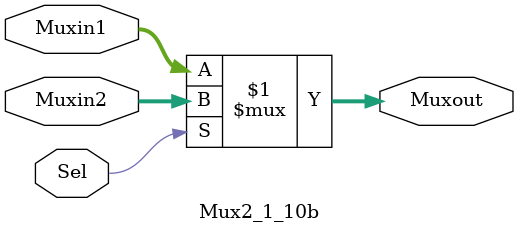
<source format=v>
`timescale 1ns/1ns
module Mux2_1_10b(input[9:0] Muxin1, Muxin2, input Sel, output[9:0] Muxout);
  assign Muxout = Sel ? Muxin2 : Muxin1;
endmodule

module MipsPipeline(input reset, clk);
  wire PCWrite, IF_IDWrite,ID_ExMemRead,EX_MemMemRead, IF_Flush, RegWrite, ALUSrc, RegDst, MemRead, MemWrite,MemToReg,zero,EX_MemRegwrite,Mem_WbRegwrite,muxSelector,eqFlag;
  wire[1:0] PCSrc, ForwardA, ForwardB,ALUop;
  wire[2:0] ALUOperation;
  wire[4:0] EX_MemWriteReg,Mem_WbWriteReg,ID_Ex_Rs,ID_Ex_Rt;
  wire[5:0] opcode, Function;
  wire[31:0] IF_ID_Instr;
  wire _RegDst,_MemRead,_MemToReg,_MemWrite,_ALUSrc,_RegWrite;
  wire [1:0] _PCSrc;
  wire [1:0] _ALUop;
  wire [9:0] SignalsToDP,ctrlSignals ;
  
  Datapath d(clk, reset, PCWrite, IF_IDWrite, IF_Flush, RegWrite, ALUSrc, RegDst, MemRead, MemWrite, MemToReg,PCSrc, ForwardA, ForwardB,ALUOperation,zero,EX_MemMemRead,ID_ExMemRead,Mem_WbRegwrite,EX_MemRegwrite,opcode, Function,EX_MemWriteReg,Mem_WbWriteReg,ID_Ex_Rs,ID_Ex_Rt,IF_ID_Instr,eqFlag);
  ControlUnit c(opcode,_RegDst,_MemRead,_MemToReg,_ALUop,_MemWrite,_ALUSrc,_RegWrite,_PCSrc, reset,eqFlag);
  ALUControl a(ALUop,Function,ALUOperation);
  ForwardingUnit f(EX_MemRegwrite,EX_MemWriteReg,Mem_WbRegwrite,Mem_WbWriteReg,ID_Ex_Rs,ID_Ex_Rt,ForwardA,ForwardB); 
  HazardDetectionUnit h(PCSrc,ID_ExMemRead,EX_MemMemRead,ID_Ex_Rt,IF_ID_Instr,PCWrite,IF_IDWrite,IF_Flush,muxSelector);
  assign ctrlSignals ={_RegDst,_MemRead,_MemToReg,_ALUop,_MemWrite,_ALUSrc,_RegWrite,_PCSrc};
  assign {RegDst,MemRead,MemToReg,ALUop,MemWrite,ALUSrc,RegWrite,PCSrc} = SignalsToDP;
  Mux2_1_10b m(ctrlSignals,10'b0000000000,muxSelector,SignalsToDP);
endmodule
</source>
